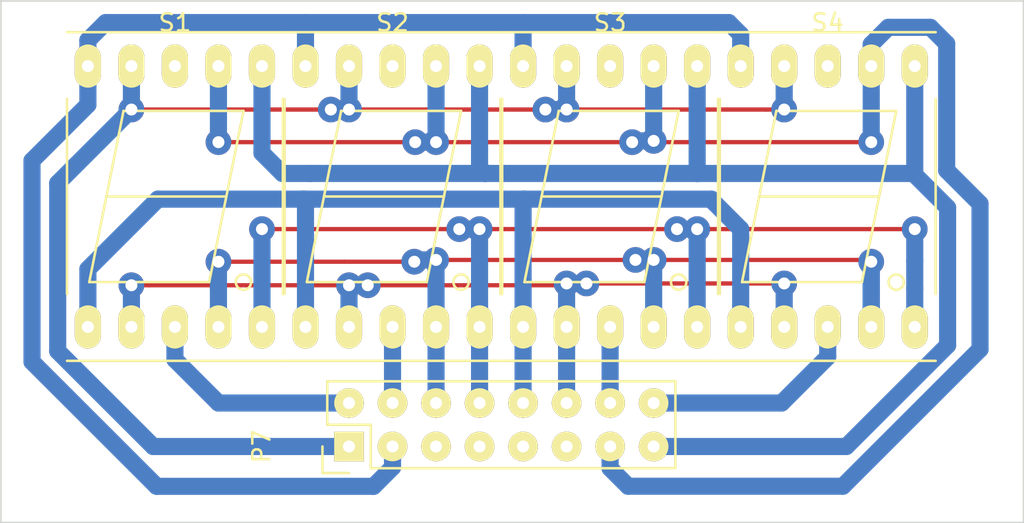
<source format=kicad_pcb>
(kicad_pcb (version 4) (host pcbnew "(after 2015-mar-04 BZR unknown)-product")

  (general
    (links 36)
    (no_connects 0)
    (area 71.069999 39.215 130.860001 69.900001)
    (thickness 1.6)
    (drawings 4)
    (tracks 167)
    (zones 0)
    (modules 5)
    (nets 13)
  )

  (page A4)
  (layers
    (0 F.Cu signal)
    (31 B.Cu signal)
    (32 B.Adhes user)
    (33 F.Adhes user)
    (34 B.Paste user)
    (35 F.Paste user)
    (36 B.SilkS user)
    (37 F.SilkS user)
    (38 B.Mask user)
    (39 F.Mask user)
    (40 Dwgs.User user)
    (41 Cmts.User user)
    (42 Eco1.User user)
    (43 Eco2.User user)
    (44 Edge.Cuts user)
    (45 Margin user)
    (46 B.CrtYd user)
    (47 F.CrtYd user)
    (48 B.Fab user)
    (49 F.Fab user)
  )

  (setup
    (last_trace_width 1)
    (trace_clearance 0.5)
    (zone_clearance 0.508)
    (zone_45_only no)
    (trace_min 0.2)
    (segment_width 0.2)
    (edge_width 0.1)
    (via_size 1.5)
    (via_drill 0.7)
    (via_min_size 0.7)
    (via_min_drill 0.7)
    (blind_buried_vias_allowed yes)
    (uvia_size 0.3)
    (uvia_drill 0.1)
    (uvias_allowed yes)
    (uvia_min_size 0.2)
    (uvia_min_drill 0.1)
    (pcb_text_width 0.3)
    (pcb_text_size 1.5 1.5)
    (mod_edge_width 0.15)
    (mod_text_size 1 1)
    (mod_text_width 0.15)
    (pad_size 1.524 2.524)
    (pad_drill 0.7)
    (pad_to_mask_clearance 0)
    (aux_axis_origin 0 0)
    (visible_elements 7FFFFFFF)
    (pcbplotparams
      (layerselection 0x00030_80000001)
      (usegerberextensions false)
      (excludeedgelayer true)
      (linewidth 0.100000)
      (plotframeref false)
      (viasonmask false)
      (mode 1)
      (useauxorigin false)
      (hpglpennumber 1)
      (hpglpenspeed 20)
      (hpglpendiameter 15)
      (hpglpenoverlay 2)
      (psnegative false)
      (psa4output false)
      (plotreference true)
      (plotvalue true)
      (plotinvisibletext false)
      (padsonsilk false)
      (subtractmaskfromsilk false)
      (outputformat 1)
      (mirror false)
      (drillshape 1)
      (scaleselection 1)
      (outputdirectory ""))
  )

  (net 0 "")
  (net 1 /A)
  (net 2 /B)
  (net 3 /C)
  (net 4 MINDK)
  (net 5 /D)
  (net 6 MINUK)
  (net 7 /E)
  (net 8 SEGDK)
  (net 9 /F)
  (net 10 SEGUK)
  (net 11 /G)
  (net 12 /DP)

  (net_class Default "This is the default net class."
    (clearance 0.5)
    (trace_width 1)
    (via_dia 1.5)
    (via_drill 0.7)
    (uvia_dia 0.3)
    (uvia_drill 0.1)
    (add_net /A)
    (add_net /B)
    (add_net /C)
    (add_net /D)
    (add_net /DP)
    (add_net /E)
    (add_net /F)
    (add_net /G)
    (add_net MINDK)
    (add_net MINUK)
    (add_net SEGDK)
    (add_net SEGUK)
  )

  (module Displays_7-Segment:7SegmentLED_LTS6760_LTS6780 placed (layer F.Cu) (tedit 552B1F03) (tstamp 552B0377)
    (at 93.98 50.8)
    (path /552ABEAC)
    (fp_text reference S2 (at 0 -10.16) (layer F.SilkS)
      (effects (font (size 1 1) (thickness 0.15)))
    )
    (fp_text value MINU (at -5.08 10.795) (layer F.Fab)
      (effects (font (size 1 1) (thickness 0.15)))
    )
    (fp_circle (center 4 5) (end 4.4 5.2) (layer F.SilkS) (width 0.15))
    (fp_line (start -3 -5) (end -4 0) (layer F.SilkS) (width 0.15))
    (fp_line (start -4 0) (end -5 5) (layer F.SilkS) (width 0.15))
    (fp_line (start -5 5) (end 2 5) (layer F.SilkS) (width 0.15))
    (fp_line (start 2 5) (end 3 0) (layer F.SilkS) (width 0.15))
    (fp_line (start 4 -5) (end 3 0) (layer F.SilkS) (width 0.15))
    (fp_line (start 3 0) (end -4 0) (layer F.SilkS) (width 0.15))
    (fp_line (start -3 -5) (end 4 -5) (layer F.SilkS) (width 0.15))
    (fp_line (start 6.3 9.6) (end -6.3 9.6) (layer F.SilkS) (width 0.15))
    (fp_line (start -6.3 -5.7) (end -6.3 5.7) (layer F.SilkS) (width 0.15))
    (fp_line (start 6.3 -5.7) (end 6.3 5.7) (layer F.SilkS) (width 0.15))
    (fp_line (start -6.3 -9.6) (end 6.3 -9.6) (layer F.SilkS) (width 0.15))
    (pad 1 thru_hole oval (at -5.08 7.62) (size 1.524 2.524) (drill 0.7) (layers *.Cu *.Mask F.SilkS)
      (net 7 /E))
    (pad 2 thru_hole oval (at -2.54 7.62) (size 1.524 2.524) (drill 0.7) (layers *.Cu *.Mask F.SilkS)
      (net 5 /D))
    (pad 3 thru_hole oval (at 0 7.62) (size 1.524 2.524) (drill 0.7) (layers *.Cu *.Mask F.SilkS)
      (net 6 MINUK))
    (pad 4 thru_hole oval (at 2.54 7.62) (size 1.524 2.524) (drill 0.7) (layers *.Cu *.Mask F.SilkS)
      (net 3 /C))
    (pad 5 thru_hole oval (at 5.08 7.62) (size 1.524 2.524) (drill 0.7) (layers *.Cu *.Mask F.SilkS)
      (net 12 /DP))
    (pad 6 thru_hole oval (at 5.08 -7.62) (size 1.524 2.524) (drill 0.7) (layers *.Cu *.Mask F.SilkS)
      (net 2 /B))
    (pad 7 thru_hole oval (at 2.54 -7.62) (size 1.524 2.524) (drill 0.7) (layers *.Cu *.Mask F.SilkS)
      (net 1 /A))
    (pad 8 thru_hole oval (at 0 -7.62) (size 1.524 2.524) (drill 0.7) (layers *.Cu *.Mask F.SilkS))
    (pad 9 thru_hole oval (at -2.54 -7.62) (size 1.524 2.524) (drill 0.7) (layers *.Cu *.Mask F.SilkS)
      (net 9 /F))
    (pad 10 thru_hole oval (at -5.08 -7.62) (size 1.524 2.524) (drill 0.7) (layers *.Cu *.Mask F.SilkS)
      (net 11 /G))
    (model Displays_7-Segment.3dshapes/7SegmentLED_LTS6760_LTS6780.wrl
      (at (xyz 0 0 0))
      (scale (xyz 0.3937 0.3937 0.3937))
      (rotate (xyz 0 0 0))
    )
  )

  (module Pin_Headers:Pin_Header_Straight_2x08 (layer F.Cu) (tedit 552B1EDC) (tstamp 552B035B)
    (at 91.44 65.405 90)
    (descr "Through hole pin header")
    (tags "pin header")
    (path /552C0A8D)
    (fp_text reference P7 (at 0 -5.1 90) (layer F.SilkS)
      (effects (font (size 1 1) (thickness 0.15)))
    )
    (fp_text value CONN_02X08 (at -2.54 8.89 360) (layer F.Fab)
      (effects (font (size 1 1) (thickness 0.15)))
    )
    (fp_line (start -1.75 -1.75) (end -1.75 19.55) (layer F.CrtYd) (width 0.05))
    (fp_line (start 4.3 -1.75) (end 4.3 19.55) (layer F.CrtYd) (width 0.05))
    (fp_line (start -1.75 -1.75) (end 4.3 -1.75) (layer F.CrtYd) (width 0.05))
    (fp_line (start -1.75 19.55) (end 4.3 19.55) (layer F.CrtYd) (width 0.05))
    (fp_line (start 3.81 19.05) (end 3.81 -1.27) (layer F.SilkS) (width 0.15))
    (fp_line (start -1.27 1.27) (end -1.27 19.05) (layer F.SilkS) (width 0.15))
    (fp_line (start 3.81 19.05) (end -1.27 19.05) (layer F.SilkS) (width 0.15))
    (fp_line (start 3.81 -1.27) (end 1.27 -1.27) (layer F.SilkS) (width 0.15))
    (fp_line (start 0 -1.55) (end -1.55 -1.55) (layer F.SilkS) (width 0.15))
    (fp_line (start 1.27 -1.27) (end 1.27 1.27) (layer F.SilkS) (width 0.15))
    (fp_line (start 1.27 1.27) (end -1.27 1.27) (layer F.SilkS) (width 0.15))
    (fp_line (start -1.55 -1.55) (end -1.55 0) (layer F.SilkS) (width 0.15))
    (pad 1 thru_hole rect (at 0 0 90) (size 1.7272 1.7272) (drill 0.7) (layers *.Cu *.Mask F.SilkS)
      (net 9 /F))
    (pad 2 thru_hole oval (at 2.54 0 90) (size 1.7272 1.7272) (drill 0.7) (layers *.Cu *.Mask F.SilkS)
      (net 4 MINDK))
    (pad 3 thru_hole oval (at 0 2.54 90) (size 1.7272 1.7272) (drill 0.7) (layers *.Cu *.Mask F.SilkS)
      (net 11 /G))
    (pad 4 thru_hole oval (at 2.54 2.54 90) (size 1.7272 1.7272) (drill 0.7) (layers *.Cu *.Mask F.SilkS)
      (net 6 MINUK))
    (pad 5 thru_hole oval (at 0 5.08 90) (size 1.7272 1.7272) (drill 0.7) (layers *.Cu *.Mask F.SilkS))
    (pad 6 thru_hole oval (at 2.54 5.08 90) (size 1.7272 1.7272) (drill 0.7) (layers *.Cu *.Mask F.SilkS)
      (net 3 /C))
    (pad 7 thru_hole oval (at 0 7.62 90) (size 1.7272 1.7272) (drill 0.7) (layers *.Cu *.Mask F.SilkS))
    (pad 8 thru_hole oval (at 2.54 7.62 90) (size 1.7272 1.7272) (drill 0.7) (layers *.Cu *.Mask F.SilkS)
      (net 12 /DP))
    (pad 9 thru_hole oval (at 0 10.16 90) (size 1.7272 1.7272) (drill 0.7) (layers *.Cu *.Mask F.SilkS))
    (pad 10 thru_hole oval (at 2.54 10.16 90) (size 1.7272 1.7272) (drill 0.7) (layers *.Cu *.Mask F.SilkS)
      (net 7 /E))
    (pad 11 thru_hole oval (at 0 12.7 90) (size 1.7272 1.7272) (drill 0.7) (layers *.Cu *.Mask F.SilkS))
    (pad 12 thru_hole oval (at 2.54 12.7 90) (size 1.7272 1.7272) (drill 0.7) (layers *.Cu *.Mask F.SilkS)
      (net 5 /D))
    (pad 13 thru_hole oval (at 0 15.24 90) (size 1.7272 1.7272) (drill 0.7) (layers *.Cu *.Mask F.SilkS)
      (net 1 /A))
    (pad 14 thru_hole oval (at 2.54 15.24 90) (size 1.7272 1.7272) (drill 0.7) (layers *.Cu *.Mask F.SilkS)
      (net 8 SEGDK))
    (pad 15 thru_hole oval (at 0 17.78 90) (size 1.7272 1.7272) (drill 0.7) (layers *.Cu *.Mask F.SilkS)
      (net 2 /B))
    (pad 16 thru_hole oval (at 2.54 17.78 90) (size 1.7272 1.7272) (drill 0.7) (layers *.Cu *.Mask F.SilkS)
      (net 10 SEGUK))
    (model Pin_Headers.3dshapes/Pin_Header_Straight_2x08.wrl
      (at (xyz 0.05 -0.35 0))
      (scale (xyz 1 1 1))
      (rotate (xyz 0 0 90))
    )
  )

  (module Displays_7-Segment:7SegmentLED_LTS6760_LTS6780 (layer F.Cu) (tedit 552B047F) (tstamp 552B0385)
    (at 106.68 50.8)
    (path /552AC013)
    (fp_text reference S3 (at 0 -10.16) (layer F.SilkS)
      (effects (font (size 1 1) (thickness 0.15)))
    )
    (fp_text value SEGD (at 5.08 10.795) (layer F.Fab)
      (effects (font (size 1 1) (thickness 0.15)))
    )
    (fp_circle (center 4 5) (end 4.4 5.2) (layer F.SilkS) (width 0.15))
    (fp_line (start -3 -5) (end -4 0) (layer F.SilkS) (width 0.15))
    (fp_line (start -4 0) (end -5 5) (layer F.SilkS) (width 0.15))
    (fp_line (start -5 5) (end 2 5) (layer F.SilkS) (width 0.15))
    (fp_line (start 2 5) (end 3 0) (layer F.SilkS) (width 0.15))
    (fp_line (start 4 -5) (end 3 0) (layer F.SilkS) (width 0.15))
    (fp_line (start 3 0) (end -4 0) (layer F.SilkS) (width 0.15))
    (fp_line (start -3 -5) (end 4 -5) (layer F.SilkS) (width 0.15))
    (fp_line (start 6.3 9.6) (end -6.3 9.6) (layer F.SilkS) (width 0.15))
    (fp_line (start -6.3 -5.7) (end -6.3 5.7) (layer F.SilkS) (width 0.15))
    (fp_line (start 6.3 -5.7) (end 6.3 5.7) (layer F.SilkS) (width 0.15))
    (fp_line (start -6.3 -9.6) (end 6.3 -9.6) (layer F.SilkS) (width 0.15))
    (pad 1 thru_hole oval (at -5.08 7.62) (size 1.524 2.524) (drill 0.7) (layers *.Cu *.Mask F.SilkS)
      (net 7 /E))
    (pad 2 thru_hole oval (at -2.54 7.62) (size 1.524 2.524) (drill 0.7) (layers *.Cu *.Mask F.SilkS)
      (net 5 /D))
    (pad 3 thru_hole oval (at 0 7.62) (size 1.524 2.524) (drill 0.7) (layers *.Cu *.Mask F.SilkS)
      (net 8 SEGDK))
    (pad 4 thru_hole oval (at 2.54 7.62) (size 1.524 2.524) (drill 0.7) (layers *.Cu *.Mask F.SilkS)
      (net 3 /C))
    (pad 5 thru_hole oval (at 5.08 7.62) (size 1.524 2.524) (drill 0.7) (layers *.Cu *.Mask F.SilkS)
      (net 12 /DP))
    (pad 6 thru_hole oval (at 5.08 -7.62) (size 1.524 2.524) (drill 0.7) (layers *.Cu *.Mask F.SilkS)
      (net 2 /B))
    (pad 7 thru_hole oval (at 2.54 -7.62) (size 1.524 2.524) (drill 0.7) (layers *.Cu *.Mask F.SilkS)
      (net 1 /A))
    (pad 8 thru_hole oval (at 0 -7.62) (size 1.524 2.524) (drill 0.7) (layers *.Cu *.Mask F.SilkS))
    (pad 9 thru_hole oval (at -2.54 -7.62) (size 1.524 2.524) (drill 0.7) (layers *.Cu *.Mask F.SilkS)
      (net 9 /F))
    (pad 10 thru_hole oval (at -5.08 -7.62) (size 1.524 2.524) (drill 0.7) (layers *.Cu *.Mask F.SilkS)
      (net 11 /G))
    (model Displays_7-Segment.3dshapes/7SegmentLED_LTS6760_LTS6780.wrl
      (at (xyz 0 0 0))
      (scale (xyz 0.3937 0.3937 0.3937))
      (rotate (xyz 0 0 0))
    )
  )

  (module Displays_7-Segment:7SegmentLED_LTS6760_LTS6780 (layer F.Cu) (tedit 552B0481) (tstamp 552B0393)
    (at 119.38 50.8)
    (path /552AC1AE)
    (fp_text reference S4 (at 0 -10.16) (layer F.SilkS)
      (effects (font (size 1 1) (thickness 0.15)))
    )
    (fp_text value SEGU (at 4.445 10.795) (layer F.Fab)
      (effects (font (size 1 1) (thickness 0.15)))
    )
    (fp_circle (center 4 5) (end 4.4 5.2) (layer F.SilkS) (width 0.15))
    (fp_line (start -3 -5) (end -4 0) (layer F.SilkS) (width 0.15))
    (fp_line (start -4 0) (end -5 5) (layer F.SilkS) (width 0.15))
    (fp_line (start -5 5) (end 2 5) (layer F.SilkS) (width 0.15))
    (fp_line (start 2 5) (end 3 0) (layer F.SilkS) (width 0.15))
    (fp_line (start 4 -5) (end 3 0) (layer F.SilkS) (width 0.15))
    (fp_line (start 3 0) (end -4 0) (layer F.SilkS) (width 0.15))
    (fp_line (start -3 -5) (end 4 -5) (layer F.SilkS) (width 0.15))
    (fp_line (start 6.3 9.6) (end -6.3 9.6) (layer F.SilkS) (width 0.15))
    (fp_line (start -6.3 -5.7) (end -6.3 5.7) (layer F.SilkS) (width 0.15))
    (fp_line (start 6.3 -5.7) (end 6.3 5.7) (layer F.SilkS) (width 0.15))
    (fp_line (start -6.3 -9.6) (end 6.3 -9.6) (layer F.SilkS) (width 0.15))
    (pad 1 thru_hole oval (at -5.08 7.62) (size 1.524 2.524) (drill 0.7) (layers *.Cu *.Mask F.SilkS)
      (net 7 /E))
    (pad 2 thru_hole oval (at -2.54 7.62) (size 1.524 2.524) (drill 0.7) (layers *.Cu *.Mask F.SilkS)
      (net 5 /D))
    (pad 3 thru_hole oval (at 0 7.62) (size 1.524 2.524) (drill 0.7) (layers *.Cu *.Mask F.SilkS)
      (net 10 SEGUK))
    (pad 4 thru_hole oval (at 2.54 7.62) (size 1.524 2.524) (drill 0.7) (layers *.Cu *.Mask F.SilkS)
      (net 3 /C))
    (pad 5 thru_hole oval (at 5.08 7.62) (size 1.524 2.524) (drill 0.7) (layers *.Cu *.Mask F.SilkS)
      (net 12 /DP))
    (pad 6 thru_hole oval (at 5.08 -7.62) (size 1.524 2.524) (drill 0.7) (layers *.Cu *.Mask F.SilkS)
      (net 2 /B))
    (pad 7 thru_hole oval (at 2.54 -7.62) (size 1.524 2.524) (drill 0.7) (layers *.Cu *.Mask F.SilkS)
      (net 1 /A))
    (pad 8 thru_hole oval (at 0 -7.62) (size 1.524 2.524) (drill 0.7) (layers *.Cu *.Mask F.SilkS))
    (pad 9 thru_hole oval (at -2.54 -7.62) (size 1.524 2.524) (drill 0.7) (layers *.Cu *.Mask F.SilkS)
      (net 9 /F))
    (pad 10 thru_hole oval (at -5.08 -7.62) (size 1.524 2.524) (drill 0.7) (layers *.Cu *.Mask F.SilkS)
      (net 11 /G))
    (model Displays_7-Segment.3dshapes/7SegmentLED_LTS6760_LTS6780.wrl
      (at (xyz 0 0 0))
      (scale (xyz 0.3937 0.3937 0.3937))
      (rotate (xyz 0 0 0))
    )
  )

  (module Displays_7-Segment:7SegmentLED_LTS6760_LTS6780 placed (layer F.Cu) (tedit 552B1EF1) (tstamp 552B0369)
    (at 81.28 50.8)
    (path /552ABAB6)
    (fp_text reference S1 (at 0 -10.16) (layer F.SilkS)
      (effects (font (size 1 1) (thickness 0.15)))
    )
    (fp_text value MIND (at -4.445 10.795) (layer F.Fab)
      (effects (font (size 1 1) (thickness 0.15)))
    )
    (fp_circle (center 4 5) (end 4.4 5.2) (layer F.SilkS) (width 0.15))
    (fp_line (start -3 -5) (end -4 0) (layer F.SilkS) (width 0.15))
    (fp_line (start -4 0) (end -5 5) (layer F.SilkS) (width 0.15))
    (fp_line (start -5 5) (end 2 5) (layer F.SilkS) (width 0.15))
    (fp_line (start 2 5) (end 3 0) (layer F.SilkS) (width 0.15))
    (fp_line (start 4 -5) (end 3 0) (layer F.SilkS) (width 0.15))
    (fp_line (start 3 0) (end -4 0) (layer F.SilkS) (width 0.15))
    (fp_line (start -3 -5) (end 4 -5) (layer F.SilkS) (width 0.15))
    (fp_line (start 6.3 9.6) (end -6.3 9.6) (layer F.SilkS) (width 0.15))
    (fp_line (start -6.3 -5.7) (end -6.3 5.7) (layer F.SilkS) (width 0.15))
    (fp_line (start 6.3 -5.7) (end 6.3 5.7) (layer F.SilkS) (width 0.15))
    (fp_line (start -6.3 -9.6) (end 6.3 -9.6) (layer F.SilkS) (width 0.15))
    (pad 1 thru_hole oval (at -5.08 7.62) (size 1.524 2.524) (drill 0.7) (layers *.Cu *.Mask F.SilkS)
      (net 7 /E))
    (pad 2 thru_hole oval (at -2.54 7.62) (size 1.524 2.524) (drill 0.7) (layers *.Cu *.Mask F.SilkS)
      (net 5 /D))
    (pad 3 thru_hole oval (at 0 7.62) (size 1.524 2.524) (drill 0.7) (layers *.Cu *.Mask F.SilkS)
      (net 4 MINDK))
    (pad 4 thru_hole oval (at 2.54 7.62) (size 1.524 2.524) (drill 0.7) (layers *.Cu *.Mask F.SilkS)
      (net 3 /C))
    (pad 5 thru_hole oval (at 5.08 7.62) (size 1.524 2.524) (drill 0.7) (layers *.Cu *.Mask F.SilkS)
      (net 12 /DP))
    (pad 6 thru_hole oval (at 5.08 -7.62) (size 1.524 2.524) (drill 0.7) (layers *.Cu *.Mask F.SilkS)
      (net 2 /B))
    (pad 7 thru_hole oval (at 2.54 -7.62) (size 1.524 2.524) (drill 0.7) (layers *.Cu *.Mask F.SilkS)
      (net 1 /A))
    (pad 8 thru_hole oval (at 0 -7.62) (size 1.524 2.524) (drill 0.7) (layers *.Cu *.Mask F.SilkS))
    (pad 9 thru_hole oval (at -2.54 -7.62) (size 1.524 2.524) (drill 0.7) (layers *.Cu *.Mask F.SilkS)
      (net 9 /F))
    (pad 10 thru_hole oval (at -5.08 -7.62) (size 1.524 2.524) (drill 0.7) (layers *.Cu *.Mask F.SilkS)
      (net 11 /G))
    (model Displays_7-Segment.3dshapes/7SegmentLED_LTS6760_LTS6780.wrl
      (at (xyz 0 0 0))
      (scale (xyz 0.3937 0.3937 0.3937))
      (rotate (xyz 0 0 0))
    )
  )

  (gr_line (start 71.12 39.37) (end 71.12 69.85) (angle 90) (layer Edge.Cuts) (width 0.1))
  (gr_line (start 130.81 39.37) (end 130.81 69.85) (angle 90) (layer Edge.Cuts) (width 0.1))
  (gr_line (start 130.81 39.37) (end 71.12 39.37) (layer Edge.Cuts) (width 0.1))
  (gr_line (start 71.12 69.85) (end 130.81 69.85) (layer Edge.Cuts) (width 0.1))

  (segment (start 121.92 43.18) (end 121.92 41.91) (width 1) (layer B.Cu) (net 1))
  (segment (start 121.92 41.91) (end 122.91201 40.91799) (width 1) (layer B.Cu) (net 1))
  (segment (start 122.91201 40.91799) (end 125.37299 40.91799) (width 1) (layer B.Cu) (net 1))
  (segment (start 125.37299 40.91799) (end 126.322764 41.867764) (width 1) (layer B.Cu) (net 1))
  (segment (start 126.322764 41.867764) (end 126.322764 49.27143) (width 1) (layer B.Cu) (net 1))
  (segment (start 126.322764 49.27143) (end 128.27 51.218666) (width 1) (layer B.Cu) (net 1))
  (segment (start 128.27 51.218666) (end 128.27 59.723192) (width 1) (layer B.Cu) (net 1))
  (segment (start 107.728097 67.726888) (end 106.68 66.678791) (width 1) (layer B.Cu) (net 1))
  (segment (start 128.27 59.723192) (end 120.266304 67.726888) (width 1) (layer B.Cu) (net 1))
  (segment (start 120.266304 67.726888) (end 107.728097 67.726888) (width 1) (layer B.Cu) (net 1))
  (segment (start 106.68 66.678791) (end 106.68 65.405) (width 1) (layer B.Cu) (net 1))
  (segment (start 83.82 43.18) (end 83.82 47.624994) (width 1) (layer B.Cu) (net 1))
  (via (at 83.82 47.624994) (size 1.5) (drill 0.7) (layers F.Cu B.Cu) (net 1))
  (segment (start 121.92 47.625) (end 109.29564 47.625) (width 0.25) (layer F.Cu) (net 1))
  (via (at 121.92 47.625) (size 1.5) (drill 0.7) (layers F.Cu B.Cu) (net 1))
  (segment (start 109.29564 47.625) (end 109.22061 47.54997) (width 0.25) (layer F.Cu) (net 1))
  (segment (start 121.92 43.18) (end 121.92 47.625) (width 1) (layer B.Cu) (net 1))
  (segment (start 109.22 47.54936) (end 109.22061 47.54997) (width 1) (layer B.Cu) (net 1))
  (segment (start 109.22 43.18) (end 109.22 47.54936) (width 1) (layer B.Cu) (net 1))
  (via (at 109.22061 47.54997) (size 1.5) (drill 0.7) (layers F.Cu B.Cu) (net 1))
  (segment (start 96.52 43.18) (end 96.52 47.624996) (width 1) (layer B.Cu) (net 1))
  (via (at 96.52 47.624996) (size 1.5) (drill 0.7) (layers F.Cu B.Cu) (net 1))
  (via (at 95.302324 47.624994) (size 1.5) (drill 0.7) (layers F.Cu B.Cu) (net 1))
  (segment (start 95.302326 47.624996) (end 95.302324 47.624994) (width 1) (layer B.Cu) (net 1))
  (segment (start 96.52 47.624996) (end 95.302326 47.624996) (width 1) (layer B.Cu) (net 1))
  (segment (start 83.82 47.624994) (end 95.302324 47.624994) (width 0.25) (layer F.Cu) (net 1))
  (via (at 107.964989 47.624996) (size 1.5) (drill 0.7) (layers F.Cu B.Cu) (net 1))
  (segment (start 108.040015 47.54997) (end 107.964989 47.624996) (width 1) (layer B.Cu) (net 1))
  (segment (start 109.22061 47.54997) (end 108.040015 47.54997) (width 1) (layer B.Cu) (net 1))
  (segment (start 96.52 47.624996) (end 107.964989 47.624996) (width 0.25) (layer F.Cu) (net 1))
  (segment (start 124.46 49.53) (end 126.377065 51.447065) (width 1) (layer B.Cu) (net 2))
  (segment (start 126.377065 51.447065) (end 126.377065 59.494793) (width 1) (layer B.Cu) (net 2))
  (segment (start 126.377065 59.494793) (end 120.466858 65.405) (width 1) (layer B.Cu) (net 2))
  (segment (start 120.466858 65.405) (end 109.22 65.405) (width 1) (layer B.Cu) (net 2))
  (segment (start 99.390766 49.454989) (end 111.756761 49.454989) (width 1) (layer B.Cu) (net 2))
  (segment (start 99.06 43.18) (end 99.06 49.124223) (width 1) (layer B.Cu) (net 2))
  (segment (start 99.06 49.124223) (end 99.390766 49.454989) (width 1) (layer B.Cu) (net 2))
  (segment (start 111.756761 49.454989) (end 124.384989 49.454989) (width 1) (layer B.Cu) (net 2))
  (segment (start 111.76 43.18) (end 111.76 49.45175) (width 1) (layer B.Cu) (net 2))
  (segment (start 111.76 49.45175) (end 111.756761 49.454989) (width 1) (layer B.Cu) (net 2))
  (segment (start 124.384989 49.454989) (end 124.46 49.53) (width 1) (layer B.Cu) (net 2))
  (segment (start 124.46 43.18) (end 124.46 49.53) (width 1) (layer B.Cu) (net 2))
  (segment (start 89.179595 49.454989) (end 99.390766 49.454989) (width 1) (layer B.Cu) (net 2))
  (segment (start 87.554989 49.454989) (end 89.179595 49.454989) (width 1) (layer B.Cu) (net 2))
  (segment (start 86.36 48.26) (end 87.554989 49.454989) (width 1) (layer B.Cu) (net 2))
  (segment (start 86.36 43.18) (end 86.36 48.26) (width 1) (layer B.Cu) (net 2))
  (segment (start 121.814974 54.50498) (end 121.92 54.610006) (width 0.25) (layer F.Cu) (net 3))
  (segment (start 109.22 54.50498) (end 121.814974 54.50498) (width 0.25) (layer F.Cu) (net 3))
  (segment (start 121.92 58.42) (end 121.92 54.610006) (width 1) (layer B.Cu) (net 3))
  (via (at 121.92 54.610006) (size 1.5) (drill 0.7) (layers F.Cu B.Cu) (net 3))
  (segment (start 96.52 58.42) (end 96.52 62.865) (width 1) (layer B.Cu) (net 3) (status 20))
  (segment (start 121.92 58.42) (end 121.92 54.61) (width 1) (layer B.Cu) (net 3))
  (segment (start 83.82 58.42) (end 83.82 56.158) (width 1) (layer B.Cu) (net 3))
  (via (at 83.82 54.61) (size 1.5) (drill 0.7) (layers F.Cu B.Cu) (net 3))
  (segment (start 83.82001 56.15799) (end 83.82001 54.61001) (width 1) (layer B.Cu) (net 3))
  (segment (start 83.82 56.158) (end 83.82001 56.15799) (width 1) (layer B.Cu) (net 3))
  (segment (start 83.82001 54.61001) (end 83.82 54.61) (width 1) (layer B.Cu) (net 3))
  (segment (start 96.52 58.42) (end 96.52 54.50498) (width 1) (layer B.Cu) (net 3))
  (segment (start 96.41498 54.61) (end 96.52 54.50498) (width 0.25) (layer F.Cu) (net 3))
  (via (at 96.52 54.50498) (size 1.5) (drill 0.7) (layers F.Cu B.Cu) (net 3))
  (via (at 109.22 54.50498) (size 1.5) (drill 0.7) (layers F.Cu B.Cu) (net 3))
  (segment (start 109.22 58.42) (end 109.22 54.50498) (width 1) (layer B.Cu) (net 3))
  (segment (start 96.52 54.50498) (end 108.15934 54.50498) (width 0.25) (layer F.Cu) (net 3))
  (via (at 95.25 54.61) (size 1.5) (drill 0.7) (layers F.Cu B.Cu) (net 3))
  (segment (start 95.35502 54.50498) (end 95.25 54.61) (width 1) (layer B.Cu) (net 3))
  (segment (start 96.52 54.50498) (end 95.35502 54.50498) (width 1) (layer B.Cu) (net 3))
  (segment (start 91.17411 54.61) (end 95.25 54.61) (width 0.25) (layer F.Cu) (net 3))
  (segment (start 83.82 54.61) (end 91.17411 54.61) (width 0.25) (layer F.Cu) (net 3))
  (via (at 108.15934 54.50498) (size 1.5) (drill 0.7) (layers F.Cu B.Cu) (net 3))
  (segment (start 109.22 54.50498) (end 108.15934 54.50498) (width 1) (layer B.Cu) (net 3))
  (segment (start 91.44 62.865) (end 83.82 62.865) (width 1) (layer B.Cu) (net 4))
  (segment (start 83.82 62.865) (end 81.28 60.325) (width 1) (layer B.Cu) (net 4))
  (segment (start 81.28 60.325) (end 81.28 58.42) (width 1) (layer B.Cu) (net 4))
  (segment (start 116.839996 55.879996) (end 116.84 55.88) (width 0.25) (layer F.Cu) (net 5))
  (segment (start 116.84 58.42) (end 116.84 55.88) (width 1) (layer B.Cu) (net 5))
  (via (at 116.84 55.88) (size 1.5) (drill 0.7) (layers F.Cu B.Cu) (net 5))
  (segment (start 104.14 58.42) (end 104.14 62.865) (width 1) (layer B.Cu) (net 5) (status 20))
  (via (at 78.74 55.98502) (size 1.5) (drill 0.7) (layers F.Cu B.Cu) (net 5))
  (segment (start 78.74 58.42) (end 78.74 55.98502) (width 1) (layer B.Cu) (net 5))
  (via (at 91.44 55.98502) (size 1.5) (drill 0.7) (layers F.Cu B.Cu) (net 5))
  (segment (start 91.44 58.42) (end 91.44 55.98502) (width 1) (layer B.Cu) (net 5))
  (segment (start 91.44 55.98502) (end 79.80066 55.98502) (width 0.25) (layer F.Cu) (net 5))
  (segment (start 79.80066 55.98502) (end 78.74 55.98502) (width 0.25) (layer F.Cu) (net 5))
  (via (at 104.14 55.879996) (size 1.5) (drill 0.7) (layers F.Cu B.Cu) (net 5))
  (segment (start 104.14 58.42) (end 104.14 55.879996) (width 1) (layer B.Cu) (net 5))
  (segment (start 104.034976 55.98502) (end 104.14 55.879996) (width 0.25) (layer F.Cu) (net 5))
  (via (at 105.297378 55.879996) (size 1.5) (drill 0.7) (layers F.Cu B.Cu) (net 5))
  (segment (start 104.14 55.879996) (end 105.297378 55.879996) (width 1) (layer B.Cu) (net 5))
  (segment (start 105.297378 55.879996) (end 116.839996 55.879996) (width 0.25) (layer F.Cu) (net 5))
  (via (at 92.533962 55.98502) (size 1.5) (drill 0.7) (layers F.Cu B.Cu) (net 5))
  (segment (start 91.44 55.98502) (end 92.533962 55.98502) (width 1) (layer B.Cu) (net 5))
  (segment (start 92.533962 55.98502) (end 104.034976 55.98502) (width 0.25) (layer F.Cu) (net 5))
  (segment (start 93.98 58.42) (end 93.98 62.865) (width 1) (layer B.Cu) (net 6) (status 20))
  (segment (start 88.745001 50.954999) (end 88.9 50.954999) (width 1) (layer B.Cu) (net 7))
  (segment (start 88.9 58.42) (end 88.9 51.109998) (width 1) (layer B.Cu) (net 7))
  (segment (start 88.9 51.109998) (end 88.745001 50.954999) (width 1) (layer B.Cu) (net 7))
  (segment (start 76.2 58.42) (end 76.2 55.042668) (width 1) (layer B.Cu) (net 7))
  (segment (start 76.2 55.042668) (end 80.287669 50.954999) (width 1) (layer B.Cu) (net 7))
  (segment (start 80.287669 50.954999) (end 88.745001 50.954999) (width 1) (layer B.Cu) (net 7))
  (segment (start 101.632447 50.954999) (end 88.9 50.954999) (width 1) (layer B.Cu) (net 7))
  (segment (start 114.3 58.42) (end 114.3 52.705) (width 1) (layer B.Cu) (net 7))
  (segment (start 112.675012 51.080012) (end 112.675012 51.03001) (width 1) (layer B.Cu) (net 7))
  (segment (start 114.3 52.705) (end 112.675012 51.080012) (width 1) (layer B.Cu) (net 7))
  (segment (start 112.675012 51.03001) (end 112.600001 50.954999) (width 1) (layer B.Cu) (net 7))
  (segment (start 112.600001 50.954999) (end 101.632447 50.954999) (width 1) (layer B.Cu) (net 7))
  (segment (start 101.632447 50.954999) (end 101.6 50.987446) (width 1) (layer B.Cu) (net 7))
  (segment (start 101.6 58.42) (end 101.6 50.987446) (width 1) (layer B.Cu) (net 7))
  (segment (start 101.6 58.42) (end 101.6 62.865) (width 1) (layer B.Cu) (net 7) (status 20))
  (segment (start 106.68 58.42) (end 106.68 62.865) (width 1) (layer B.Cu) (net 8) (status 20))
  (segment (start 78.74 45.72) (end 90.37934 45.72) (width 0.25) (layer F.Cu) (net 9))
  (segment (start 91.44 65.405) (end 80.01 65.405) (width 1) (layer B.Cu) (net 9))
  (segment (start 80.01 65.405) (end 74.43799 59.83299) (width 1) (layer B.Cu) (net 9))
  (segment (start 74.43799 59.83299) (end 74.43799 50.02201) (width 1) (layer B.Cu) (net 9))
  (segment (start 74.43799 50.02201) (end 78.74 45.72) (width 1) (layer B.Cu) (net 9))
  (segment (start 115.77934 45.72) (end 116.84 45.72) (width 0.25) (layer F.Cu) (net 9))
  (segment (start 116.84 43.18) (end 116.84 45.72) (width 1) (layer B.Cu) (net 9))
  (via (at 116.84 45.72) (size 1.5) (drill 0.7) (layers F.Cu B.Cu) (net 9))
  (segment (start 104.14 45.72) (end 115.77934 45.72) (width 0.25) (layer F.Cu) (net 9))
  (via (at 78.74 45.72) (size 1.5) (drill 0.7) (layers F.Cu B.Cu) (net 9))
  (segment (start 78.74 43.18) (end 78.74 45.72) (width 1) (layer B.Cu) (net 9))
  (via (at 91.44 45.72) (size 1.5) (drill 0.7) (layers F.Cu B.Cu) (net 9))
  (segment (start 91.44 43.18) (end 91.44 45.72) (width 1) (layer B.Cu) (net 9))
  (via (at 104.14 45.72) (size 1.5) (drill 0.7) (layers F.Cu B.Cu) (net 9))
  (segment (start 104.14 43.18) (end 104.14 45.72) (width 1) (layer B.Cu) (net 9))
  (via (at 90.37934 45.72) (size 1.5) (drill 0.7) (layers F.Cu B.Cu) (net 9))
  (segment (start 91.44 45.72) (end 90.37934 45.72) (width 1) (layer B.Cu) (net 9))
  (segment (start 104.14 45.72) (end 102.90224 45.72) (width 1) (layer B.Cu) (net 9))
  (via (at 102.90224 45.72) (size 1.5) (drill 0.7) (layers F.Cu B.Cu) (net 9))
  (segment (start 91.44 45.72) (end 102.90224 45.72) (width 0.25) (layer F.Cu) (net 9))
  (segment (start 119.38 58.42) (end 119.38 60.175624) (width 1) (layer B.Cu) (net 10))
  (segment (start 109.22 62.865) (end 116.690624 62.865) (width 1) (layer B.Cu) (net 10))
  (segment (start 116.690624 62.865) (end 119.38 60.175624) (width 1) (layer B.Cu) (net 10))
  (segment (start 72.937981 60.454315) (end 80.215702 67.732036) (width 1) (layer B.Cu) (net 11))
  (segment (start 80.215702 67.732036) (end 92.874278 67.732036) (width 1) (layer B.Cu) (net 11))
  (segment (start 92.874278 67.732036) (end 93.98 66.626314) (width 1) (layer B.Cu) (net 11))
  (segment (start 93.98 66.626314) (end 93.98 65.405) (width 1) (layer B.Cu) (net 11))
  (segment (start 76.2 43.18) (end 76.2 45.442) (width 1) (layer B.Cu) (net 11))
  (segment (start 76.2 45.442) (end 72.937981 48.704019) (width 1) (layer B.Cu) (net 11))
  (segment (start 72.937981 48.704019) (end 72.937981 60.454315) (width 1) (layer B.Cu) (net 11))
  (segment (start 101.6 40.64) (end 101.6 43.18) (width 1) (layer B.Cu) (net 11))
  (segment (start 88.9 40.64) (end 101.6 40.64) (width 1) (layer B.Cu) (net 11))
  (segment (start 88.9 43.18) (end 88.9 40.64) (width 1) (layer B.Cu) (net 11))
  (segment (start 114.3 41.333735) (end 113.606265 40.64) (width 1) (layer B.Cu) (net 11))
  (segment (start 113.606265 40.64) (end 101.6 40.64) (width 1) (layer B.Cu) (net 11))
  (segment (start 114.3 43.18) (end 114.3 41.333735) (width 1) (layer B.Cu) (net 11))
  (segment (start 76.202695 41.674994) (end 77.237689 40.64) (width 1) (layer B.Cu) (net 11))
  (segment (start 76.2 41.674994) (end 76.202695 41.674994) (width 1) (layer B.Cu) (net 11))
  (segment (start 88.9 40.64) (end 77.237689 40.64) (width 1) (layer B.Cu) (net 11))
  (segment (start 76.2 41.674994) (end 76.2 43.18) (width 1) (layer B.Cu) (net 11))
  (segment (start 124.46 56.158) (end 124.46 54.560002) (width 1) (layer B.Cu) (net 12))
  (segment (start 124.46 54.560002) (end 124.46 52.705) (width 1) (layer B.Cu) (net 12))
  (via (at 124.46 52.705) (size 1.5) (drill 0.7) (layers F.Cu B.Cu) (net 12))
  (segment (start 124.46 58.42) (end 124.46 56.158) (width 1) (layer B.Cu) (net 12))
  (segment (start 99.06 58.42) (end 99.06 62.865) (width 1) (layer B.Cu) (net 12) (status 20))
  (via (at 86.36 52.705) (size 1.5) (drill 0.7) (layers F.Cu B.Cu) (net 12))
  (segment (start 86.36 58.42) (end 86.36 52.705) (width 1) (layer B.Cu) (net 12))
  (via (at 99.06 52.705) (size 1.5) (drill 0.7) (layers F.Cu B.Cu) (net 12))
  (segment (start 99.06 58.42) (end 99.06 52.705) (width 1) (layer B.Cu) (net 12))
  (via (at 111.76 52.705) (size 1.5) (drill 0.7) (layers F.Cu B.Cu) (net 12))
  (segment (start 111.76 52.705) (end 111.76 58.42) (width 1) (layer B.Cu) (net 12))
  (via (at 97.876057 52.705) (size 1.5) (drill 0.7) (layers F.Cu B.Cu) (net 12))
  (segment (start 99.06 52.705) (end 97.876057 52.705) (width 1) (layer B.Cu) (net 12))
  (segment (start 86.36 52.705) (end 97.876057 52.705) (width 0.25) (layer F.Cu) (net 12))
  (via (at 110.583917 52.705) (size 1.5) (drill 0.7) (layers F.Cu B.Cu) (net 12))
  (segment (start 111.76 52.705) (end 110.583917 52.705) (width 1) (layer B.Cu) (net 12))
  (segment (start 99.06 52.705) (end 110.583917 52.705) (width 0.25) (layer F.Cu) (net 12))
  (segment (start 111.76 52.705) (end 124.46 52.705) (width 0.25) (layer F.Cu) (net 12))

)

</source>
